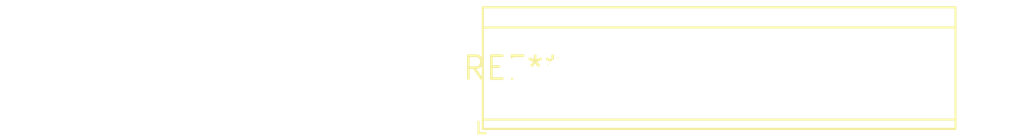
<source format=kicad_pcb>
(kicad_pcb (version 20240108) (generator pcbnew)
  (layers (0 "F.Cu" signal) (31 "B.Cu" signal) (34 "B.Paste" user) (35 "F.Paste" user) (36 "B.SilkS" user "B.Silkscreen") (37 "F.SilkS" user "F.Silkscreen") (38 "B.Mask" user) (39 "F.Mask" user) (44 "Edge.Cuts" user))
  (net 0 "")
  (footprint "TerminalBlock_TE_1-282834-0_1x10_P2.54mm_Horizontal" (layer "F.Cu") (at 0 0)
    (property "Reference" "REF**")
    (property "Value" "TerminalBlock_TE_1-282834-0_1x10_P2.54mm_Horizontal")
    (fp_line (start -1.86 2.97) (end -1.86 3.61) (layer "F.SilkS") (stroke (width 0.12)))
    (fp_line (start -1.86 3.61) (end -1.46 3.61) (layer "F.SilkS") (stroke (width 0.12)))
    (fp_line (start -1.62 -3.37) (end -1.62 3.37) (layer "F.SilkS") (stroke (width 0.12)))
    (fp_line (start -1.62 -3.37) (end 24.48 -3.37) (layer "F.SilkS") (stroke (width 0.12)))
    (fp_line (start -1.62 -2.25) (end 24.48 -2.25) (layer "F.SilkS") (stroke (width 0.12)))
    (fp_line (start -1.62 2.85) (end 24.48 2.85) (layer "F.SilkS") (stroke (width 0.12)))
    (fp_line (start -1.62 3.37) (end 24.48 3.37) (layer "F.SilkS") (stroke (width 0.12)))
    (fp_line (start 24.48 -3.37) (end 24.48 3.37) (layer "F.SilkS") (stroke (width 0.12)))
    (pad "1" thru_hole rect (at 0 0) (size 2.1 2.1) (drill 1.1) (layers *.Cu *.Mask) (remove_unused_layers))
    (pad "2" thru_hole circle (at 2.54 0) (size 2.1 2.1) (drill 1.1) (layers *.Cu *.Mask) (remove_unused_layers))
    (pad "3" thru_hole circle (at 5.08 0) (size 2.1 2.1) (drill 1.1) (layers *.Cu *.Mask) (remove_unused_layers))
    (pad "4" thru_hole circle (at 7.62 0) (size 2.1 2.1) (drill 1.1) (layers *.Cu *.Mask) (remove_unused_layers))
    (pad "5" thru_hole circle (at 10.16 0) (size 2.1 2.1) (drill 1.1) (layers *.Cu *.Mask) (remove_unused_layers))
    (pad "6" thru_hole circle (at 12.7 0) (size 2.1 2.1) (drill 1.1) (layers *.Cu *.Mask) (remove_unused_layers))
    (pad "7" thru_hole circle (at 15.24 0) (size 2.1 2.1) (drill 1.1) (layers *.Cu *.Mask) (remove_unused_layers))
    (pad "8" thru_hole circle (at 17.78 0) (size 2.1 2.1) (drill 1.1) (layers *.Cu *.Mask) (remove_unused_layers))
    (pad "9" thru_hole circle (at 20.32 0) (size 2.1 2.1) (drill 1.1) (layers *.Cu *.Mask) (remove_unused_layers))
    (pad "10" thru_hole circle (at 22.86 0) (size 2.1 2.1) (drill 1.1) (layers *.Cu *.Mask) (remove_unused_layers))
  )
)
</source>
